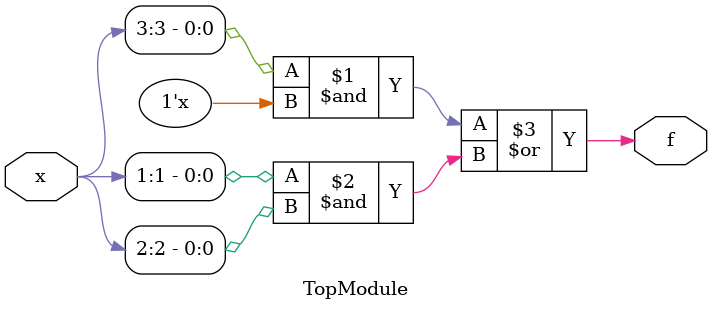
<source format=sv>

module TopModule (
    input  [3:0] x, // 4-bit input
    output f       // 1-bit output
);

// Internal signal for output f
wire f;

// Implement the logical expression derived from K-map
assign f = (x[3] & x[4]) | (x[1] & x[2]);

endmodule
</source>
